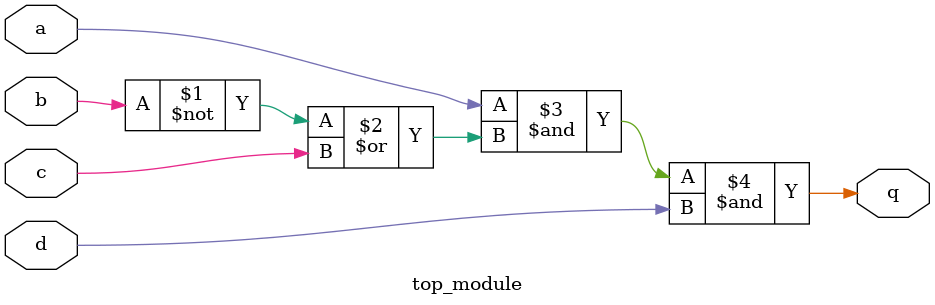
<source format=sv>
module top_module (
	input a, 
	input b, 
	input c, 
	input d,
	output q
);
	
	assign q = a & (~b | c) & d;
	
endmodule

</source>
